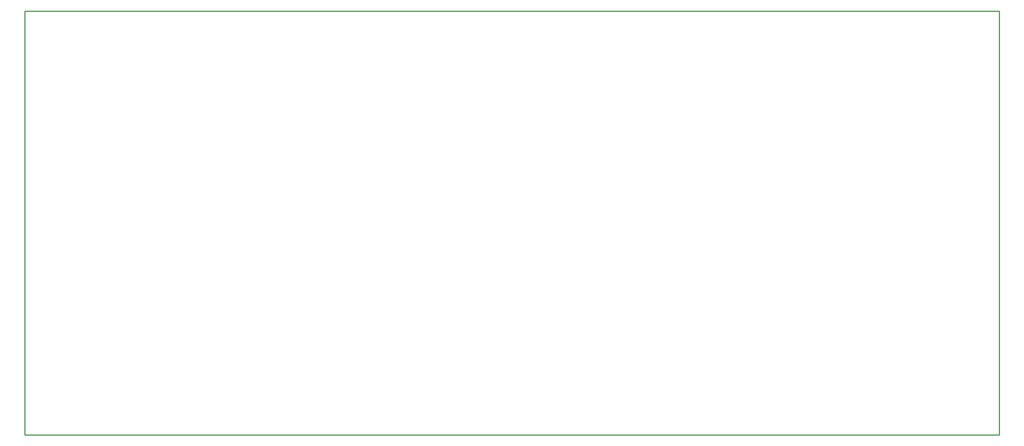
<source format=gko>
G04 Layer_Color=16711935*
%FSLAX25Y25*%
%MOIN*%
G70*
G01*
G75*
%ADD13C,0.01000*%
D13*
X255906Y123000D02*
Y517000D01*
Y123000D02*
X1161417D01*
Y517000D01*
X255906D02*
X1161417D01*
M02*

</source>
